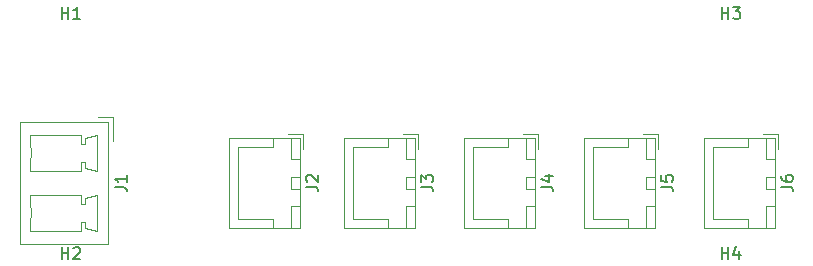
<source format=gbr>
G04 #@! TF.GenerationSoftware,KiCad,Pcbnew,5.1.5*
G04 #@! TF.CreationDate,2019-11-23T16:08:54+01:00*
G04 #@! TF.ProjectId,powerbar,706f7765-7262-4617-922e-6b696361645f,rev?*
G04 #@! TF.SameCoordinates,Original*
G04 #@! TF.FileFunction,Legend,Top*
G04 #@! TF.FilePolarity,Positive*
%FSLAX46Y46*%
G04 Gerber Fmt 4.6, Leading zero omitted, Abs format (unit mm)*
G04 Created by KiCad (PCBNEW 5.1.5) date 2019-11-23 16:08:54*
%MOMM*%
%LPD*%
G04 APERTURE LIST*
%ADD10C,0.120000*%
%ADD11C,0.150000*%
G04 APERTURE END LIST*
D10*
X113420155Y-520179647D02*
G75*
G03X113420000Y-518680000I-1700155J749647D01*
G01*
X113420155Y-525259647D02*
G75*
G03X113420000Y-523760000I-1700155J749647D01*
G01*
X120030000Y-516780000D02*
X112560000Y-516780000D01*
X112560000Y-516780000D02*
X112560000Y-527160000D01*
X112560000Y-527160000D02*
X120030000Y-527160000D01*
X120030000Y-527160000D02*
X120030000Y-516780000D01*
X113420000Y-518680000D02*
X113420000Y-517930000D01*
X113420000Y-517930000D02*
X117720000Y-517930000D01*
X117720000Y-517930000D02*
X117720000Y-518680000D01*
X117720000Y-518680000D02*
X118070000Y-518680000D01*
X118070000Y-518680000D02*
X118070000Y-518180000D01*
X118070000Y-518180000D02*
X119070000Y-517930000D01*
X119070000Y-517930000D02*
X119070000Y-520930000D01*
X119070000Y-520930000D02*
X118070000Y-520680000D01*
X118070000Y-520680000D02*
X118070000Y-520180000D01*
X118070000Y-520180000D02*
X117720000Y-520180000D01*
X117720000Y-520180000D02*
X117720000Y-520930000D01*
X117720000Y-520930000D02*
X113420000Y-520930000D01*
X113420000Y-520930000D02*
X113420000Y-520180000D01*
X113420000Y-523760000D02*
X113420000Y-523010000D01*
X113420000Y-523010000D02*
X117720000Y-523010000D01*
X117720000Y-523010000D02*
X117720000Y-523760000D01*
X117720000Y-523760000D02*
X118070000Y-523760000D01*
X118070000Y-523760000D02*
X118070000Y-523260000D01*
X118070000Y-523260000D02*
X119070000Y-523010000D01*
X119070000Y-523010000D02*
X119070000Y-526010000D01*
X119070000Y-526010000D02*
X118070000Y-525760000D01*
X118070000Y-525760000D02*
X118070000Y-525260000D01*
X118070000Y-525260000D02*
X117720000Y-525260000D01*
X117720000Y-525260000D02*
X117720000Y-526010000D01*
X117720000Y-526010000D02*
X113420000Y-526010000D01*
X113420000Y-526010000D02*
X113420000Y-525260000D01*
X119170000Y-516390000D02*
X120420000Y-516390000D01*
X120420000Y-516390000D02*
X120420000Y-518390000D01*
X136245001Y-518140000D02*
X130275001Y-518140000D01*
X130275001Y-518140000D02*
X130275001Y-525760000D01*
X130275001Y-525760000D02*
X136245001Y-525760000D01*
X136245001Y-525760000D02*
X136245001Y-518140000D01*
X136235001Y-521450000D02*
X135485001Y-521450000D01*
X135485001Y-521450000D02*
X135485001Y-522450000D01*
X135485001Y-522450000D02*
X136235001Y-522450000D01*
X136235001Y-522450000D02*
X136235001Y-521450000D01*
X136235001Y-518150000D02*
X135485001Y-518150000D01*
X135485001Y-518150000D02*
X135485001Y-519950000D01*
X135485001Y-519950000D02*
X136235001Y-519950000D01*
X136235001Y-519950000D02*
X136235001Y-518150000D01*
X136235001Y-523950000D02*
X135485001Y-523950000D01*
X135485001Y-523950000D02*
X135485001Y-525750000D01*
X135485001Y-525750000D02*
X136235001Y-525750000D01*
X136235001Y-525750000D02*
X136235001Y-523950000D01*
X133985001Y-518150000D02*
X133985001Y-518900000D01*
X133985001Y-518900000D02*
X131035001Y-518900000D01*
X131035001Y-518900000D02*
X131035001Y-521950000D01*
X133985001Y-525750000D02*
X133985001Y-525000000D01*
X133985001Y-525000000D02*
X131035001Y-525000000D01*
X131035001Y-525000000D02*
X131035001Y-521950000D01*
X136535001Y-519100000D02*
X136535001Y-517850000D01*
X136535001Y-517850000D02*
X135285001Y-517850000D01*
X146260000Y-517850000D02*
X145010000Y-517850000D01*
X146260000Y-519100000D02*
X146260000Y-517850000D01*
X140760000Y-525000000D02*
X140760000Y-521950000D01*
X143710000Y-525000000D02*
X140760000Y-525000000D01*
X143710000Y-525750000D02*
X143710000Y-525000000D01*
X140760000Y-518900000D02*
X140760000Y-521950000D01*
X143710000Y-518900000D02*
X140760000Y-518900000D01*
X143710000Y-518150000D02*
X143710000Y-518900000D01*
X145960000Y-525750000D02*
X145960000Y-523950000D01*
X145210000Y-525750000D02*
X145960000Y-525750000D01*
X145210000Y-523950000D02*
X145210000Y-525750000D01*
X145960000Y-523950000D02*
X145210000Y-523950000D01*
X145960000Y-519950000D02*
X145960000Y-518150000D01*
X145210000Y-519950000D02*
X145960000Y-519950000D01*
X145210000Y-518150000D02*
X145210000Y-519950000D01*
X145960000Y-518150000D02*
X145210000Y-518150000D01*
X145960000Y-522450000D02*
X145960000Y-521450000D01*
X145210000Y-522450000D02*
X145960000Y-522450000D01*
X145210000Y-521450000D02*
X145210000Y-522450000D01*
X145960000Y-521450000D02*
X145210000Y-521450000D01*
X145970000Y-525760000D02*
X145970000Y-518140000D01*
X140000000Y-525760000D02*
X145970000Y-525760000D01*
X140000000Y-518140000D02*
X140000000Y-525760000D01*
X145970000Y-518140000D02*
X140000000Y-518140000D01*
X156130000Y-518140000D02*
X150160000Y-518140000D01*
X150160000Y-518140000D02*
X150160000Y-525760000D01*
X150160000Y-525760000D02*
X156130000Y-525760000D01*
X156130000Y-525760000D02*
X156130000Y-518140000D01*
X156120000Y-521450000D02*
X155370000Y-521450000D01*
X155370000Y-521450000D02*
X155370000Y-522450000D01*
X155370000Y-522450000D02*
X156120000Y-522450000D01*
X156120000Y-522450000D02*
X156120000Y-521450000D01*
X156120000Y-518150000D02*
X155370000Y-518150000D01*
X155370000Y-518150000D02*
X155370000Y-519950000D01*
X155370000Y-519950000D02*
X156120000Y-519950000D01*
X156120000Y-519950000D02*
X156120000Y-518150000D01*
X156120000Y-523950000D02*
X155370000Y-523950000D01*
X155370000Y-523950000D02*
X155370000Y-525750000D01*
X155370000Y-525750000D02*
X156120000Y-525750000D01*
X156120000Y-525750000D02*
X156120000Y-523950000D01*
X153870000Y-518150000D02*
X153870000Y-518900000D01*
X153870000Y-518900000D02*
X150920000Y-518900000D01*
X150920000Y-518900000D02*
X150920000Y-521950000D01*
X153870000Y-525750000D02*
X153870000Y-525000000D01*
X153870000Y-525000000D02*
X150920000Y-525000000D01*
X150920000Y-525000000D02*
X150920000Y-521950000D01*
X156420000Y-519100000D02*
X156420000Y-517850000D01*
X156420000Y-517850000D02*
X155170000Y-517850000D01*
X166580000Y-517850000D02*
X165330000Y-517850000D01*
X166580000Y-519100000D02*
X166580000Y-517850000D01*
X161080000Y-525000000D02*
X161080000Y-521950000D01*
X164030000Y-525000000D02*
X161080000Y-525000000D01*
X164030000Y-525750000D02*
X164030000Y-525000000D01*
X161080000Y-518900000D02*
X161080000Y-521950000D01*
X164030000Y-518900000D02*
X161080000Y-518900000D01*
X164030000Y-518150000D02*
X164030000Y-518900000D01*
X166280000Y-525750000D02*
X166280000Y-523950000D01*
X165530000Y-525750000D02*
X166280000Y-525750000D01*
X165530000Y-523950000D02*
X165530000Y-525750000D01*
X166280000Y-523950000D02*
X165530000Y-523950000D01*
X166280000Y-519950000D02*
X166280000Y-518150000D01*
X165530000Y-519950000D02*
X166280000Y-519950000D01*
X165530000Y-518150000D02*
X165530000Y-519950000D01*
X166280000Y-518150000D02*
X165530000Y-518150000D01*
X166280000Y-522450000D02*
X166280000Y-521450000D01*
X165530000Y-522450000D02*
X166280000Y-522450000D01*
X165530000Y-521450000D02*
X165530000Y-522450000D01*
X166280000Y-521450000D02*
X165530000Y-521450000D01*
X166290000Y-525760000D02*
X166290000Y-518140000D01*
X160320000Y-525760000D02*
X166290000Y-525760000D01*
X160320000Y-518140000D02*
X160320000Y-525760000D01*
X166290000Y-518140000D02*
X160320000Y-518140000D01*
X176450000Y-518140000D02*
X170480000Y-518140000D01*
X170480000Y-518140000D02*
X170480000Y-525760000D01*
X170480000Y-525760000D02*
X176450000Y-525760000D01*
X176450000Y-525760000D02*
X176450000Y-518140000D01*
X176440000Y-521450000D02*
X175690000Y-521450000D01*
X175690000Y-521450000D02*
X175690000Y-522450000D01*
X175690000Y-522450000D02*
X176440000Y-522450000D01*
X176440000Y-522450000D02*
X176440000Y-521450000D01*
X176440000Y-518150000D02*
X175690000Y-518150000D01*
X175690000Y-518150000D02*
X175690000Y-519950000D01*
X175690000Y-519950000D02*
X176440000Y-519950000D01*
X176440000Y-519950000D02*
X176440000Y-518150000D01*
X176440000Y-523950000D02*
X175690000Y-523950000D01*
X175690000Y-523950000D02*
X175690000Y-525750000D01*
X175690000Y-525750000D02*
X176440000Y-525750000D01*
X176440000Y-525750000D02*
X176440000Y-523950000D01*
X174190000Y-518150000D02*
X174190000Y-518900000D01*
X174190000Y-518900000D02*
X171240000Y-518900000D01*
X171240000Y-518900000D02*
X171240000Y-521950000D01*
X174190000Y-525750000D02*
X174190000Y-525000000D01*
X174190000Y-525000000D02*
X171240000Y-525000000D01*
X171240000Y-525000000D02*
X171240000Y-521950000D01*
X176740000Y-519100000D02*
X176740000Y-517850000D01*
X176740000Y-517850000D02*
X175490000Y-517850000D01*
D11*
X116078095Y-508062380D02*
X116078095Y-507062380D01*
X116078095Y-507538571D02*
X116649523Y-507538571D01*
X116649523Y-508062380D02*
X116649523Y-507062380D01*
X117649523Y-508062380D02*
X117078095Y-508062380D01*
X117363809Y-508062380D02*
X117363809Y-507062380D01*
X117268571Y-507205238D01*
X117173333Y-507300476D01*
X117078095Y-507348095D01*
X116078095Y-528382380D02*
X116078095Y-527382380D01*
X116078095Y-527858571D02*
X116649523Y-527858571D01*
X116649523Y-528382380D02*
X116649523Y-527382380D01*
X117078095Y-527477619D02*
X117125714Y-527430000D01*
X117220952Y-527382380D01*
X117459047Y-527382380D01*
X117554285Y-527430000D01*
X117601904Y-527477619D01*
X117649523Y-527572857D01*
X117649523Y-527668095D01*
X117601904Y-527810952D01*
X117030476Y-528382380D01*
X117649523Y-528382380D01*
X171958095Y-508062380D02*
X171958095Y-507062380D01*
X171958095Y-507538571D02*
X172529523Y-507538571D01*
X172529523Y-508062380D02*
X172529523Y-507062380D01*
X172910476Y-507062380D02*
X173529523Y-507062380D01*
X173196190Y-507443333D01*
X173339047Y-507443333D01*
X173434285Y-507490952D01*
X173481904Y-507538571D01*
X173529523Y-507633809D01*
X173529523Y-507871904D01*
X173481904Y-507967142D01*
X173434285Y-508014761D01*
X173339047Y-508062380D01*
X173053333Y-508062380D01*
X172958095Y-508014761D01*
X172910476Y-507967142D01*
X171958095Y-528382380D02*
X171958095Y-527382380D01*
X171958095Y-527858571D02*
X172529523Y-527858571D01*
X172529523Y-528382380D02*
X172529523Y-527382380D01*
X173434285Y-527715714D02*
X173434285Y-528382380D01*
X173196190Y-527334761D02*
X172958095Y-528049047D01*
X173577142Y-528049047D01*
X120572380Y-522303333D02*
X121286666Y-522303333D01*
X121429523Y-522350952D01*
X121524761Y-522446190D01*
X121572380Y-522589047D01*
X121572380Y-522684285D01*
X121572380Y-521303333D02*
X121572380Y-521874761D01*
X121572380Y-521589047D02*
X120572380Y-521589047D01*
X120715238Y-521684285D01*
X120810476Y-521779523D01*
X120858095Y-521874761D01*
X136787381Y-522283333D02*
X137501667Y-522283333D01*
X137644524Y-522330952D01*
X137739762Y-522426190D01*
X137787381Y-522569047D01*
X137787381Y-522664285D01*
X136882620Y-521854761D02*
X136835001Y-521807142D01*
X136787381Y-521711904D01*
X136787381Y-521473809D01*
X136835001Y-521378571D01*
X136882620Y-521330952D01*
X136977858Y-521283333D01*
X137073096Y-521283333D01*
X137215953Y-521330952D01*
X137787381Y-521902380D01*
X137787381Y-521283333D01*
X146512380Y-522283333D02*
X147226666Y-522283333D01*
X147369523Y-522330952D01*
X147464761Y-522426190D01*
X147512380Y-522569047D01*
X147512380Y-522664285D01*
X146512380Y-521902380D02*
X146512380Y-521283333D01*
X146893333Y-521616666D01*
X146893333Y-521473809D01*
X146940952Y-521378571D01*
X146988571Y-521330952D01*
X147083809Y-521283333D01*
X147321904Y-521283333D01*
X147417142Y-521330952D01*
X147464761Y-521378571D01*
X147512380Y-521473809D01*
X147512380Y-521759523D01*
X147464761Y-521854761D01*
X147417142Y-521902380D01*
X156672380Y-522283333D02*
X157386666Y-522283333D01*
X157529523Y-522330952D01*
X157624761Y-522426190D01*
X157672380Y-522569047D01*
X157672380Y-522664285D01*
X157005714Y-521378571D02*
X157672380Y-521378571D01*
X156624761Y-521616666D02*
X157339047Y-521854761D01*
X157339047Y-521235714D01*
X166832380Y-522283333D02*
X167546666Y-522283333D01*
X167689523Y-522330952D01*
X167784761Y-522426190D01*
X167832380Y-522569047D01*
X167832380Y-522664285D01*
X166832380Y-521330952D02*
X166832380Y-521807142D01*
X167308571Y-521854761D01*
X167260952Y-521807142D01*
X167213333Y-521711904D01*
X167213333Y-521473809D01*
X167260952Y-521378571D01*
X167308571Y-521330952D01*
X167403809Y-521283333D01*
X167641904Y-521283333D01*
X167737142Y-521330952D01*
X167784761Y-521378571D01*
X167832380Y-521473809D01*
X167832380Y-521711904D01*
X167784761Y-521807142D01*
X167737142Y-521854761D01*
X176992380Y-522283333D02*
X177706666Y-522283333D01*
X177849523Y-522330952D01*
X177944761Y-522426190D01*
X177992380Y-522569047D01*
X177992380Y-522664285D01*
X176992380Y-521378571D02*
X176992380Y-521569047D01*
X177040000Y-521664285D01*
X177087619Y-521711904D01*
X177230476Y-521807142D01*
X177420952Y-521854761D01*
X177801904Y-521854761D01*
X177897142Y-521807142D01*
X177944761Y-521759523D01*
X177992380Y-521664285D01*
X177992380Y-521473809D01*
X177944761Y-521378571D01*
X177897142Y-521330952D01*
X177801904Y-521283333D01*
X177563809Y-521283333D01*
X177468571Y-521330952D01*
X177420952Y-521378571D01*
X177373333Y-521473809D01*
X177373333Y-521664285D01*
X177420952Y-521759523D01*
X177468571Y-521807142D01*
X177563809Y-521854761D01*
M02*

</source>
